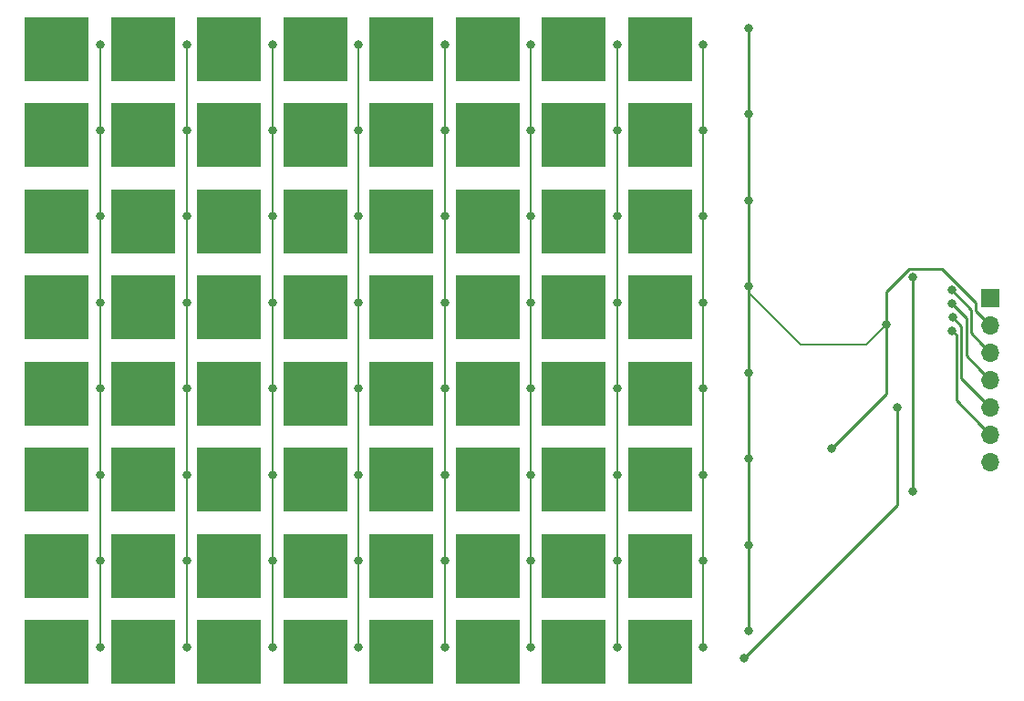
<source format=gbr>
G04 #@! TF.GenerationSoftware,KiCad,Pcbnew,5.1.2-f72e74a~84~ubuntu18.04.1*
G04 #@! TF.CreationDate,2019-06-14T20:13:49+08:00*
G04 #@! TF.ProjectId,simCapSE,73696d43-6170-4534-952e-6b696361645f,rev?*
G04 #@! TF.SameCoordinates,Original*
G04 #@! TF.FileFunction,Copper,L2,Bot*
G04 #@! TF.FilePolarity,Positive*
%FSLAX46Y46*%
G04 Gerber Fmt 4.6, Leading zero omitted, Abs format (unit mm)*
G04 Created by KiCad (PCBNEW 5.1.2-f72e74a~84~ubuntu18.04.1) date 2019-06-14 20:13:49*
%MOMM*%
%LPD*%
G04 APERTURE LIST*
%ADD10R,6.000000X6.000000*%
%ADD11R,1.700000X1.700000*%
%ADD12O,1.700000X1.700000*%
%ADD13C,0.800000*%
%ADD14C,0.200000*%
%ADD15C,0.250000*%
G04 APERTURE END LIST*
D10*
X0Y0D03*
X0Y-8000000D03*
X0Y-16000000D03*
X0Y-24000000D03*
X0Y-32000000D03*
X0Y-40000000D03*
X0Y-48000000D03*
X0Y-56000000D03*
X8000000Y0D03*
X8000000Y-8000000D03*
X8000000Y-16000000D03*
X8000000Y-24000000D03*
X8000000Y-32000000D03*
X8000000Y-40000000D03*
X8000000Y-48000000D03*
X8000000Y-56000000D03*
X16000000Y0D03*
X16000000Y-8000000D03*
X16000000Y-16000000D03*
X16000000Y-24000000D03*
X16000000Y-32000000D03*
X16000000Y-40000000D03*
X16000000Y-48000000D03*
X16000000Y-56000000D03*
X24000000Y0D03*
X24000000Y-8000000D03*
X24000000Y-16000000D03*
X24000000Y-24000000D03*
X24000000Y-32000000D03*
X24000000Y-40000000D03*
X24000000Y-48000000D03*
X24000000Y-56000000D03*
X32000000Y0D03*
X32000000Y-8000000D03*
X32000000Y-16000000D03*
X32000000Y-24000000D03*
X32000000Y-32000000D03*
X32000000Y-40000000D03*
X32000000Y-48000000D03*
X32000000Y-56000000D03*
X40000000Y0D03*
X40000000Y-8000000D03*
X40000000Y-16000000D03*
X40000000Y-24000000D03*
X40000000Y-32000000D03*
X40000000Y-40000000D03*
X40000000Y-48000000D03*
X40000000Y-56000000D03*
X48000000Y0D03*
X48000000Y-8000000D03*
X48000000Y-16000000D03*
X48000000Y-24000000D03*
X48000000Y-32000000D03*
X48000000Y-40000000D03*
X48000000Y-48000000D03*
X48000000Y-56000000D03*
X56000000Y0D03*
X56000000Y-8000000D03*
X56000000Y-16000000D03*
X56000000Y-24000000D03*
X56000000Y-32000000D03*
X56000000Y-40000000D03*
X56000000Y-48000000D03*
X56000000Y-56000000D03*
D11*
X86700000Y-23100000D03*
D12*
X86700000Y-25640000D03*
X86700000Y-28180000D03*
X86700000Y-30720000D03*
X86700000Y-33260000D03*
X86700000Y-35800000D03*
X86700000Y-38340000D03*
D13*
X4050000Y-55550000D03*
X4050000Y-47550000D03*
X4050000Y-39550000D03*
X4050000Y-31550000D03*
X4050000Y-23550000D03*
X4050000Y-15550000D03*
X4050000Y-7550000D03*
X4050000Y450000D03*
X63825000Y-56550000D03*
X78050000Y-33275000D03*
X83175000Y-24900000D03*
X64225000Y-54050000D03*
X64225000Y-46050000D03*
X64225000Y-38050000D03*
X64225000Y-30050000D03*
X64225000Y-14050000D03*
X64225000Y-6050000D03*
X64225000Y1950000D03*
X77025000Y-25600000D03*
X71925000Y-37100000D03*
X64225000Y-22050000D03*
X83150000Y-26150000D03*
X83100000Y-23625000D03*
X83100000Y-22400000D03*
X12050000Y-55550000D03*
X12050000Y-47550000D03*
X12050000Y-39550000D03*
X12050000Y-31550000D03*
X12050000Y-23550000D03*
X12050000Y-15550000D03*
X12050000Y-7550000D03*
X12050000Y450000D03*
X20050000Y-55550000D03*
X20050000Y-47550000D03*
X20050000Y-39550000D03*
X20050000Y-31550000D03*
X20050000Y-23550000D03*
X20050000Y-15550000D03*
X20050000Y-7550000D03*
X20050000Y450000D03*
X36050000Y-55550000D03*
X36050000Y-47550000D03*
X36050000Y-39550000D03*
X36050000Y-31550000D03*
X36050000Y-23550000D03*
X36050000Y-15550000D03*
X36050000Y-7550000D03*
X36050000Y450000D03*
X52050000Y-55550000D03*
X52050000Y-47550000D03*
X52050000Y-39550000D03*
X52050000Y-31550000D03*
X52050000Y-23550000D03*
X52050000Y-15550000D03*
X52050000Y-7550000D03*
X52050000Y450000D03*
X79525000Y-41075000D03*
X79525000Y-21150000D03*
X-725000Y825000D03*
X-725000Y-7175000D03*
X-725000Y-15175000D03*
X-725000Y-23175000D03*
X-725000Y-31175000D03*
X-725000Y-39175000D03*
X-725000Y-47175000D03*
X-725000Y-55175000D03*
X7275000Y825000D03*
X7275000Y-7175000D03*
X7275000Y-15175000D03*
X7275000Y-23175000D03*
X7275000Y-31175000D03*
X7275000Y-39175000D03*
X7275000Y-47175000D03*
X7275000Y-55175000D03*
X15275000Y825000D03*
X15275000Y-7175000D03*
X15275000Y-15175000D03*
X15275000Y-23175000D03*
X15275000Y-31175000D03*
X15275000Y-39175000D03*
X15275000Y-47175000D03*
X15275000Y-55175000D03*
X23275000Y825000D03*
X28050000Y-55550000D03*
X28050000Y-47550000D03*
X28050000Y-39550000D03*
X28050000Y-31550000D03*
X28050000Y-23550000D03*
X28050000Y-15550000D03*
X28050000Y-7550000D03*
X28050000Y450000D03*
X23275000Y-7175000D03*
X23275000Y-15175000D03*
X23275000Y-23175000D03*
X23275000Y-31175000D03*
X23275000Y-39175000D03*
X23275000Y-47175000D03*
X23275000Y-55175000D03*
X31275000Y825000D03*
X31275000Y-7175000D03*
X31275000Y-15175000D03*
X31275000Y-23175000D03*
X31275000Y-31175000D03*
X31275000Y-39175000D03*
X31275000Y-47175000D03*
X31275000Y-55175000D03*
X44050000Y-55550000D03*
X44050000Y-47550000D03*
X44050000Y-39550000D03*
X44050000Y-31550000D03*
X44050000Y-23550000D03*
X44050000Y-15550000D03*
X44050000Y-7550000D03*
X44050000Y450000D03*
X39275000Y825000D03*
X39275000Y-7175000D03*
X39275000Y-15175000D03*
X39275000Y-23175000D03*
X39275000Y-31175000D03*
X39275000Y-39175000D03*
X39275000Y-47175000D03*
X39275000Y-55175000D03*
X47275000Y825000D03*
X47275000Y-7175000D03*
X47275000Y-15175000D03*
X47275000Y-23175000D03*
X47275000Y-31175000D03*
X47275000Y-39175000D03*
X47275000Y-47175000D03*
X47275000Y-55175000D03*
X55275000Y825000D03*
X60050000Y-55550000D03*
X60050000Y-47550000D03*
X60050000Y-39550000D03*
X60050000Y-31550000D03*
X60050000Y-23550000D03*
X60050000Y-15550000D03*
X60050000Y-7550000D03*
X60050000Y450000D03*
X55275000Y-7175000D03*
X55275000Y-15175000D03*
X55275000Y-23175000D03*
X55275000Y-31175000D03*
X55275000Y-39175000D03*
X55275000Y-47175000D03*
X55275000Y-55175000D03*
D14*
X4050000Y-55550000D02*
X4050000Y450000D01*
D15*
X63825000Y-56550000D02*
X78050000Y-42325000D01*
X78050000Y-42325000D02*
X78050000Y-33275000D01*
X85850001Y-32410001D02*
X86700000Y-33260000D01*
X84000009Y-30560009D02*
X85850001Y-32410001D01*
X84000009Y-25725009D02*
X84000009Y-30560009D01*
X83175000Y-24900000D02*
X84000009Y-25725009D01*
X64225000Y-54050000D02*
X64225000Y1950000D01*
X85350038Y-24290038D02*
X85350038Y-23577036D01*
X85350038Y-23577036D02*
X82198001Y-20424999D01*
X82198001Y-20424999D02*
X79176999Y-20424999D01*
X79176999Y-20424999D02*
X77025000Y-22576998D01*
X86700000Y-25640000D02*
X85350038Y-24290038D01*
X77025000Y-22576998D02*
X77025000Y-25600000D01*
X77025000Y-25600000D02*
X77025000Y-32000000D01*
X77025000Y-32000000D02*
X71925000Y-37100000D01*
X77551998Y-22050000D02*
X79176999Y-20424999D01*
D14*
X64225000Y-22615685D02*
X69034315Y-27425000D01*
X64225000Y-22050000D02*
X64225000Y-22615685D01*
X75200000Y-27425000D02*
X77025000Y-25600000D01*
X69034315Y-27425000D02*
X75200000Y-27425000D01*
D15*
X83549999Y-32649999D02*
X85850001Y-34950001D01*
X85850001Y-34950001D02*
X86700000Y-35800000D01*
X83549999Y-26549999D02*
X83549999Y-32649999D01*
X83150000Y-26150000D02*
X83549999Y-26549999D01*
X85850001Y-29870001D02*
X86700000Y-30720000D01*
X84450019Y-28470019D02*
X85850001Y-29870001D01*
X84450019Y-24975019D02*
X84450019Y-28470019D01*
X83100000Y-23625000D02*
X84450019Y-24975019D01*
X85850001Y-27330001D02*
X86700000Y-28180000D01*
X84900028Y-26380028D02*
X85850001Y-27330001D01*
X84900028Y-24200028D02*
X84900028Y-26380028D01*
X83100000Y-22400000D02*
X84900028Y-24200028D01*
D14*
X12050000Y-55550000D02*
X12050000Y450000D01*
X20050000Y-55550000D02*
X20050000Y450000D01*
X36050000Y-55550000D02*
X36050000Y450000D01*
X52050000Y-55550000D02*
X52050000Y450000D01*
D15*
X79525000Y-41075000D02*
X79525000Y-21150000D01*
D14*
X28050000Y-55550000D02*
X28050000Y450000D01*
X44050000Y-55550000D02*
X44050000Y450000D01*
X60050000Y-55550000D02*
X60050000Y450000D01*
M02*

</source>
